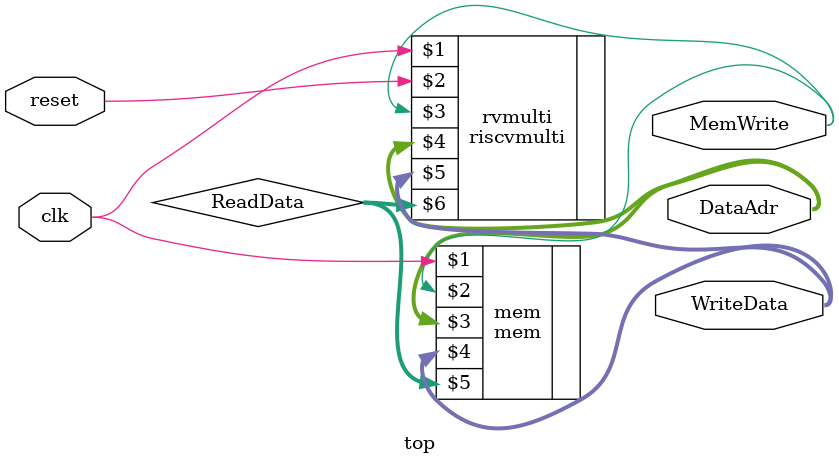
<source format=sv>
module top(input  logic        clk, reset, 
           output logic [31:0] WriteData, DataAdr, 
           output logic        MemWrite);

  logic [31:0] ReadData;
  
  // instantiate 
  riscvmulti rvmulti(clk, reset, MemWrite, DataAdr, 
                     WriteData, ReadData);
  mem mem(clk, MemWrite, DataAdr, WriteData, ReadData);
  
endmodule
</source>
